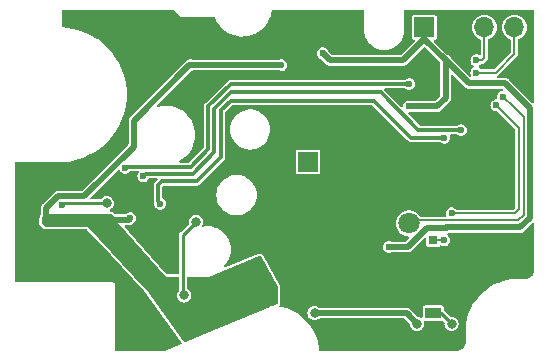
<source format=gbr>
%TF.GenerationSoftware,KiCad,Pcbnew,7.0.1*%
%TF.CreationDate,2024-02-21T00:56:40+02:00*%
%TF.ProjectId,PCBTRIGGERASSEMBLY,50434254-5249-4474-9745-52415353454d,rev?*%
%TF.SameCoordinates,Original*%
%TF.FileFunction,Copper,L2,Bot*%
%TF.FilePolarity,Positive*%
%FSLAX46Y46*%
G04 Gerber Fmt 4.6, Leading zero omitted, Abs format (unit mm)*
G04 Created by KiCad (PCBNEW 7.0.1) date 2024-02-21 00:56:40*
%MOMM*%
%LPD*%
G01*
G04 APERTURE LIST*
%TA.AperFunction,ComponentPad*%
%ADD10R,1.700000X1.700000*%
%TD*%
%TA.AperFunction,ComponentPad*%
%ADD11O,1.700000X1.700000*%
%TD*%
%TA.AperFunction,ComponentPad*%
%ADD12R,1.800000X1.800000*%
%TD*%
%TA.AperFunction,ComponentPad*%
%ADD13C,1.800000*%
%TD*%
%TA.AperFunction,SMDPad,CuDef*%
%ADD14R,0.800000X0.800000*%
%TD*%
%TA.AperFunction,SMDPad,CuDef*%
%ADD15R,1.400000X0.900000*%
%TD*%
%TA.AperFunction,ViaPad*%
%ADD16C,0.600000*%
%TD*%
%TA.AperFunction,ViaPad*%
%ADD17C,0.800000*%
%TD*%
%TA.AperFunction,Conductor*%
%ADD18C,0.200000*%
%TD*%
%TA.AperFunction,Conductor*%
%ADD19C,0.250000*%
%TD*%
%TA.AperFunction,Conductor*%
%ADD20C,0.300000*%
%TD*%
%TA.AperFunction,Conductor*%
%ADD21C,0.500000*%
%TD*%
G04 APERTURE END LIST*
D10*
%TO.P,J1,1,Pin_1*%
%TO.N,unconnected-(J1-Pin_1-Pad1)*%
X117250000Y-99000000D03*
%TD*%
%TO.P,J4,1,Pin_1*%
%TO.N,+3.3V*%
X127100000Y-87600000D03*
D11*
%TO.P,J4,2,Pin_2*%
%TO.N,GND*%
X129640000Y-87600000D03*
%TO.P,J4,3,Pin_3*%
%TO.N,/updiTx*%
X132180000Y-87600000D03*
%TO.P,J4,4,Pin_4*%
%TO.N,/updiRx*%
X134720000Y-87600000D03*
%TD*%
D12*
%TO.P,S1,1,COM*%
%TO.N,GND*%
X125800000Y-99120000D03*
D13*
%TO.P,S1,2,NO*%
%TO.N,/trigger*%
X125800000Y-104200000D03*
%TO.P,S1,3,NC*%
%TO.N,GND*%
X125800000Y-109280000D03*
%TD*%
D14*
%TO.P,Q1,1,C*%
%TO.N,/Semi_Auto*%
X127850000Y-105575000D03*
%TO.P,Q1,2,E*%
%TO.N,GND*%
X127850000Y-107225000D03*
%TD*%
D15*
%TO.P,LED1,1*%
%TO.N,GND*%
X127850000Y-109800000D03*
%TO.P,LED1,2*%
%TO.N,Net-(LED1-Pad2)*%
X127850000Y-111800000D03*
%TD*%
D16*
%TO.N,/Semi_Auto*%
X133198456Y-94201544D03*
X128776089Y-105623911D03*
X129400000Y-103353612D03*
D17*
%TO.N,GND*%
X132000000Y-106000000D03*
X101600000Y-110100000D03*
X130000000Y-99000000D03*
X93200000Y-101100000D03*
X101600000Y-111000000D03*
X133000000Y-101000000D03*
X102000000Y-91000000D03*
X114000000Y-105000000D03*
X103000000Y-93000000D03*
X108000000Y-92000000D03*
D16*
X101000000Y-98000000D03*
D17*
X114000000Y-101000000D03*
D16*
X100000000Y-99000000D03*
D17*
X114000000Y-103000000D03*
X130000000Y-101000000D03*
X112000000Y-105000000D03*
X107000000Y-94000000D03*
X114000000Y-99000000D03*
D16*
X97000000Y-100000000D03*
D17*
X133000000Y-99000000D03*
D16*
X99000000Y-99000000D03*
D17*
X132000000Y-108000000D03*
X134000000Y-106000000D03*
X134000000Y-108000000D03*
X101600000Y-111900000D03*
X104000000Y-91000000D03*
%TO.N,Net-(LED1-Pad2)*%
X129400000Y-112700000D03*
D16*
%TO.N,/V_Cycle*%
X125800000Y-92400000D03*
X101780331Y-99480331D03*
%TO.N,+12V*%
X96000000Y-103900000D03*
X112200000Y-108100000D03*
X107300000Y-90800000D03*
X112500000Y-108800000D03*
X95100000Y-103900000D03*
X97400000Y-103900000D03*
D17*
X126500000Y-112700000D03*
D16*
X113700000Y-109200000D03*
X102200000Y-103750000D03*
X112900000Y-107800000D03*
X115000000Y-90800000D03*
X96700000Y-103900000D03*
X112900000Y-109500000D03*
X113300000Y-108500000D03*
D17*
X117800000Y-111800000D03*
D16*
%TO.N,/trigger*%
X133758312Y-93495797D03*
%TO.N,/NMOS*%
X128800000Y-96949500D03*
X104730226Y-102529728D03*
%TO.N,/ACTIVE_BREAK*%
X130200000Y-96300000D03*
X103300000Y-100200000D03*
%TO.N,+3.3V*%
X125800000Y-94300000D03*
X118500000Y-89800000D03*
X128946888Y-104553112D03*
X124100000Y-106200000D03*
X128900000Y-90400000D03*
%TO.N,/updiRx*%
X131500000Y-91430000D03*
%TO.N,/updiTx*%
X131500000Y-90400000D03*
%TO.N,Net-(IC5-OUT_1)*%
X96405331Y-102655331D03*
D17*
X100200000Y-102500000D03*
%TO.N,Net-(Q3-Pad4)*%
X106775992Y-110299058D03*
X107762299Y-104062299D03*
%TD*%
D18*
%TO.N,/Semi_Auto*%
X134746388Y-103353612D02*
X129400000Y-103353612D01*
X135100000Y-103000000D02*
X134746388Y-103353612D01*
X135100000Y-96103088D02*
X135100000Y-103000000D01*
X133198456Y-94201544D02*
X135100000Y-96103088D01*
%TO.N,/trigger*%
X134600000Y-94300000D02*
X135500000Y-95200000D01*
X133795797Y-93495797D02*
X134600000Y-94300000D01*
X135046888Y-103953112D02*
X126046888Y-103953112D01*
X126046888Y-103953112D02*
X125800000Y-104200000D01*
X135500000Y-103500000D02*
X135046888Y-103953112D01*
X133758312Y-93495797D02*
X133795797Y-93495797D01*
X135500000Y-95200000D02*
X135500000Y-103500000D01*
%TO.N,/Semi_Auto*%
X127898911Y-105623911D02*
X127850000Y-105575000D01*
X128776089Y-105623911D02*
X127898911Y-105623911D01*
D19*
%TO.N,Net-(LED1-Pad2)*%
X128500000Y-111800000D02*
X127850000Y-111800000D01*
X129400000Y-112700000D02*
X128500000Y-111800000D01*
D20*
%TO.N,/V_Cycle*%
X101860662Y-99400000D02*
X107300000Y-99400000D01*
X107300000Y-99400000D02*
X108800000Y-97900000D01*
X108800000Y-94285788D02*
X110685788Y-92400000D01*
X110685788Y-92400000D02*
X125800000Y-92400000D01*
X108800000Y-97900000D02*
X108800000Y-94285788D01*
X101780331Y-99480331D02*
X101860662Y-99400000D01*
D21*
%TO.N,+12V*%
X125600000Y-111800000D02*
X126500000Y-112700000D01*
X96100000Y-101900000D02*
X98300000Y-101900000D01*
X107200000Y-90800000D02*
X107300000Y-90800000D01*
X102500000Y-95500000D02*
X107200000Y-90800000D01*
X102500000Y-97700000D02*
X102500000Y-95500000D01*
X98300000Y-101900000D02*
X102500000Y-97700000D01*
X95100000Y-102900000D02*
X96100000Y-101900000D01*
X96000000Y-103900000D02*
X96700000Y-103900000D01*
X96000000Y-103900000D02*
X95100000Y-103900000D01*
X102050000Y-103900000D02*
X102200000Y-103750000D01*
X117800000Y-111800000D02*
X125600000Y-111800000D01*
X95100000Y-103900000D02*
X95100000Y-102900000D01*
X97400000Y-103900000D02*
X102050000Y-103900000D01*
X107300000Y-90800000D02*
X115000000Y-90800000D01*
X97400000Y-103900000D02*
X96700000Y-103900000D01*
D20*
%TO.N,/NMOS*%
X125949500Y-96949500D02*
X122800000Y-93800000D01*
X110700000Y-93800000D02*
X109900000Y-94600000D01*
X122800000Y-93800000D02*
X110700000Y-93800000D01*
X109900000Y-94600000D02*
X109900000Y-98600000D01*
X107850000Y-100650000D02*
X104850000Y-100650000D01*
X109900000Y-98600000D02*
X107850000Y-100650000D01*
X128800000Y-96949500D02*
X125949500Y-96949500D01*
X104550000Y-100950000D02*
X104550000Y-102349502D01*
X104550000Y-102349502D02*
X104730226Y-102529728D01*
X104850000Y-100650000D02*
X104550000Y-100950000D01*
%TO.N,/ACTIVE_BREAK*%
X123400000Y-93100000D02*
X126600000Y-96300000D01*
X109300000Y-98200000D02*
X109300000Y-94492894D01*
X126600000Y-96300000D02*
X130200000Y-96300000D01*
X107500000Y-100000000D02*
X109300000Y-98200000D01*
X103500000Y-100000000D02*
X107500000Y-100000000D01*
X110692894Y-93100000D02*
X123400000Y-93100000D01*
X103300000Y-100200000D02*
X103500000Y-100000000D01*
X109300000Y-94492894D02*
X110692894Y-93100000D01*
D21*
%TO.N,+3.3V*%
X133927818Y-92350000D02*
X130850000Y-92350000D01*
X128950000Y-104550000D02*
X135227818Y-104550000D01*
X136050000Y-103727818D02*
X136050000Y-94472183D01*
X128900000Y-93600000D02*
X128200000Y-94300000D01*
X136050000Y-94472183D02*
X133927818Y-92350000D01*
X127356077Y-104553112D02*
X125709189Y-106200000D01*
X130850000Y-92350000D02*
X128900000Y-90400000D01*
X128900000Y-90400000D02*
X127100000Y-88600000D01*
X127100000Y-88600000D02*
X127100000Y-87600000D01*
X128946888Y-104553112D02*
X127356077Y-104553112D01*
X125709189Y-106200000D02*
X124100000Y-106200000D01*
X128946888Y-104553112D02*
X128950000Y-104550000D01*
X128900000Y-90400000D02*
X128900000Y-93600000D01*
X118500000Y-89800000D02*
X119100000Y-90400000D01*
X128200000Y-94300000D02*
X125800000Y-94300000D01*
X119100000Y-90400000D02*
X125300000Y-90400000D01*
X125300000Y-90400000D02*
X127100000Y-88600000D01*
X135227818Y-104550000D02*
X136050000Y-103727818D01*
D18*
%TO.N,/updiRx*%
X133170000Y-91430000D02*
X134720000Y-89880000D01*
X131500000Y-91430000D02*
X133170000Y-91430000D01*
X134720000Y-89880000D02*
X134720000Y-87600000D01*
%TO.N,/updiTx*%
X132000000Y-90400000D02*
X132180000Y-90220000D01*
X132180000Y-90220000D02*
X132180000Y-87600000D01*
X131500000Y-90400000D02*
X132000000Y-90400000D01*
D19*
%TO.N,Net-(IC5-OUT_1)*%
X96560662Y-102500000D02*
X100200000Y-102500000D01*
X96405331Y-102655331D02*
X96560662Y-102500000D01*
%TO.N,Net-(Q3-Pad4)*%
X106672447Y-105152151D02*
X107762299Y-104062299D01*
X106775992Y-110299058D02*
X106672447Y-110195513D01*
X106672447Y-110195513D02*
X106672447Y-105152151D01*
%TD*%
%TA.AperFunction,Conductor*%
%TO.N,GND*%
G36*
X129519504Y-91656608D02*
G01*
X130509632Y-92646736D01*
X130517029Y-92655014D01*
X130540120Y-92683970D01*
X130567723Y-92702789D01*
X130587750Y-92716443D01*
X130590753Y-92718574D01*
X130639904Y-92754849D01*
X130649024Y-92759453D01*
X130652326Y-92760471D01*
X130652327Y-92760472D01*
X130707441Y-92777472D01*
X130710881Y-92778603D01*
X130765300Y-92797646D01*
X130765303Y-92797646D01*
X130768570Y-92798789D01*
X130778637Y-92800500D01*
X130782098Y-92800500D01*
X130839715Y-92800500D01*
X130843417Y-92800569D01*
X130901010Y-92802724D01*
X130901011Y-92802723D01*
X130904467Y-92802853D01*
X130922345Y-92800500D01*
X133661208Y-92800500D01*
X133714732Y-92816216D01*
X133751262Y-92858374D01*
X133759200Y-92913589D01*
X133736027Y-92964331D01*
X133689099Y-92994490D01*
X133548257Y-93035844D01*
X133427186Y-93113651D01*
X133332934Y-93222425D01*
X133273146Y-93353341D01*
X133252664Y-93495796D01*
X133265915Y-93587955D01*
X133257977Y-93643170D01*
X133221446Y-93685328D01*
X133167923Y-93701044D01*
X133126495Y-93701044D01*
X132988401Y-93741591D01*
X132867330Y-93819398D01*
X132773078Y-93928172D01*
X132713290Y-94059088D01*
X132692808Y-94201543D01*
X132713290Y-94343999D01*
X132713291Y-94344001D01*
X132773079Y-94474917D01*
X132867328Y-94583687D01*
X132867330Y-94583689D01*
X132978726Y-94655278D01*
X132988403Y-94661497D01*
X133126495Y-94702044D01*
X133232977Y-94702044D01*
X133270863Y-94709580D01*
X133302981Y-94731040D01*
X134770504Y-96198563D01*
X134791964Y-96230681D01*
X134799500Y-96268567D01*
X134799500Y-102834521D01*
X134791964Y-102872407D01*
X134770504Y-102904525D01*
X134650913Y-103024116D01*
X134618795Y-103045576D01*
X134580909Y-103053112D01*
X129847084Y-103053112D01*
X129805958Y-103044166D01*
X129772265Y-103018943D01*
X129731128Y-102971468D01*
X129610054Y-102893659D01*
X129471961Y-102853112D01*
X129328039Y-102853112D01*
X129189945Y-102893659D01*
X129068874Y-102971466D01*
X128974622Y-103080240D01*
X128914834Y-103211156D01*
X128894352Y-103353611D01*
X128914834Y-103496067D01*
X128922332Y-103512485D01*
X128931027Y-103560674D01*
X128915563Y-103607135D01*
X128879725Y-103640502D01*
X128832279Y-103652612D01*
X126814972Y-103652612D01*
X126770844Y-103642233D01*
X126735968Y-103613273D01*
X126673935Y-103531128D01*
X126616764Y-103455421D01*
X126466041Y-103318019D01*
X126399478Y-103276805D01*
X126292639Y-103210653D01*
X126292637Y-103210652D01*
X126210376Y-103178784D01*
X126102453Y-103136974D01*
X125901978Y-103099500D01*
X125901976Y-103099500D01*
X125698024Y-103099500D01*
X125698022Y-103099500D01*
X125497546Y-103136974D01*
X125307360Y-103210653D01*
X125133961Y-103318017D01*
X125033170Y-103409900D01*
X124983236Y-103455421D01*
X124952542Y-103496067D01*
X124860325Y-103618181D01*
X124769419Y-103800747D01*
X124713603Y-103996917D01*
X124701073Y-104132145D01*
X124694785Y-104200000D01*
X124713603Y-104403083D01*
X124747930Y-104523729D01*
X124769419Y-104599252D01*
X124860325Y-104781818D01*
X124860326Y-104781819D01*
X124860327Y-104781821D01*
X124983236Y-104944579D01*
X125133959Y-105081981D01*
X125307363Y-105189348D01*
X125433486Y-105238208D01*
X125497546Y-105263025D01*
X125698022Y-105300500D01*
X125732578Y-105300500D01*
X125787579Y-105317184D01*
X125824042Y-105361614D01*
X125829676Y-105418814D01*
X125802582Y-105469503D01*
X125551583Y-105720503D01*
X125519465Y-105741964D01*
X125481579Y-105749500D01*
X124353832Y-105749500D01*
X124324630Y-105740926D01*
X124323711Y-105744057D01*
X124171961Y-105699500D01*
X124028039Y-105699500D01*
X123889945Y-105740047D01*
X123768874Y-105817854D01*
X123674622Y-105926628D01*
X123614834Y-106057544D01*
X123594352Y-106199999D01*
X123614834Y-106342455D01*
X123614835Y-106342457D01*
X123674623Y-106473373D01*
X123768872Y-106582143D01*
X123768874Y-106582145D01*
X123889945Y-106659952D01*
X123889947Y-106659953D01*
X124028039Y-106700500D01*
X124171961Y-106700500D01*
X124323711Y-106655943D01*
X124324630Y-106659073D01*
X124353832Y-106650500D01*
X125678325Y-106650500D01*
X125689408Y-106651122D01*
X125691784Y-106651389D01*
X125726224Y-106655270D01*
X125782882Y-106644548D01*
X125786456Y-106643941D01*
X125843476Y-106635348D01*
X125843479Y-106635346D01*
X125846913Y-106634829D01*
X125856593Y-106631644D01*
X125859659Y-106630023D01*
X125859661Y-106630023D01*
X125910633Y-106603082D01*
X125913917Y-106601424D01*
X125965831Y-106576425D01*
X125965832Y-106576423D01*
X125968951Y-106574922D01*
X125977277Y-106569014D01*
X125979722Y-106566568D01*
X125979727Y-106566566D01*
X126020506Y-106525785D01*
X126023117Y-106523270D01*
X126065383Y-106484055D01*
X126065384Y-106484052D01*
X126067921Y-106481699D01*
X126078892Y-106467399D01*
X127080495Y-105465797D01*
X127131186Y-105438703D01*
X127188386Y-105444337D01*
X127232816Y-105480800D01*
X127249500Y-105535801D01*
X127249500Y-105994747D01*
X127261133Y-106053231D01*
X127305447Y-106119552D01*
X127349762Y-106149162D01*
X127371769Y-106163867D01*
X127430252Y-106175500D01*
X128269747Y-106175500D01*
X128269748Y-106175500D01*
X128328231Y-106163867D01*
X128394552Y-106119552D01*
X128408722Y-106098344D01*
X128446723Y-106064819D01*
X128496336Y-106054489D01*
X128544560Y-106070063D01*
X128566034Y-106083863D01*
X128566036Y-106083864D01*
X128704128Y-106124411D01*
X128848050Y-106124411D01*
X128986142Y-106083864D01*
X129107217Y-106006054D01*
X129201466Y-105897284D01*
X129261254Y-105766368D01*
X129281736Y-105623911D01*
X129261254Y-105481454D01*
X129201466Y-105350538D01*
X129107217Y-105241768D01*
X129107216Y-105241767D01*
X129107214Y-105241765D01*
X129060912Y-105212009D01*
X129024381Y-105169851D01*
X129016443Y-105114636D01*
X129039616Y-105063894D01*
X129086543Y-105033735D01*
X129156941Y-105013065D01*
X129156941Y-105013064D01*
X129170598Y-105009055D01*
X129171060Y-105010629D01*
X129205562Y-105000500D01*
X135196954Y-105000500D01*
X135208037Y-105001122D01*
X135210413Y-105001389D01*
X135244853Y-105005270D01*
X135301511Y-104994548D01*
X135305085Y-104993941D01*
X135362105Y-104985348D01*
X135362108Y-104985346D01*
X135365542Y-104984829D01*
X135375222Y-104981644D01*
X135378288Y-104980023D01*
X135378290Y-104980023D01*
X135429262Y-104953082D01*
X135432546Y-104951424D01*
X135484460Y-104926425D01*
X135484461Y-104926423D01*
X135487580Y-104924922D01*
X135495906Y-104919014D01*
X135498351Y-104916568D01*
X135498356Y-104916566D01*
X135539134Y-104875786D01*
X135541745Y-104873271D01*
X135584012Y-104834055D01*
X135584013Y-104834052D01*
X135586550Y-104831699D01*
X135597521Y-104817399D01*
X136230496Y-104184423D01*
X136281186Y-104157330D01*
X136338386Y-104162964D01*
X136382815Y-104199427D01*
X136399500Y-104254428D01*
X136399500Y-108109084D01*
X136399015Y-108118871D01*
X136385189Y-108258041D01*
X136381339Y-108277229D01*
X136341590Y-108407092D01*
X136334041Y-108425147D01*
X136269522Y-108544655D01*
X136258570Y-108560870D01*
X136171805Y-108665348D01*
X136157877Y-108679092D01*
X136113528Y-108714937D01*
X136052254Y-108764462D01*
X136035892Y-108775199D01*
X135915538Y-108838124D01*
X135897384Y-108845433D01*
X135767003Y-108883453D01*
X135747765Y-108887047D01*
X135607549Y-108899097D01*
X135597757Y-108899452D01*
X135546297Y-108898768D01*
X135542488Y-108899500D01*
X135039882Y-108899500D01*
X135000000Y-108899500D01*
X134796553Y-108899500D01*
X134391394Y-108937044D01*
X134391391Y-108937044D01*
X134391386Y-108937045D01*
X133991434Y-109011809D01*
X133600064Y-109123163D01*
X133377066Y-109209553D01*
X133253745Y-109257328D01*
X133220642Y-109270152D01*
X132856417Y-109451515D01*
X132856412Y-109451517D01*
X132856410Y-109451519D01*
X132745213Y-109520369D01*
X132510459Y-109665722D01*
X132291025Y-109831431D01*
X132200813Y-109899557D01*
X132185751Y-109910931D01*
X131885053Y-110185053D01*
X131610931Y-110485751D01*
X131365722Y-110810459D01*
X131365721Y-110810461D01*
X131155798Y-111149500D01*
X131151515Y-111156417D01*
X130970152Y-111520642D01*
X130823163Y-111900064D01*
X130711809Y-112291434D01*
X130643890Y-112654769D01*
X130637044Y-112691394D01*
X130614308Y-112936757D01*
X130599500Y-113096557D01*
X130599500Y-114195139D01*
X130599023Y-114204843D01*
X130585093Y-114346271D01*
X130581307Y-114365305D01*
X130541472Y-114496624D01*
X130534045Y-114514554D01*
X130469357Y-114635577D01*
X130458575Y-114651714D01*
X130371517Y-114757794D01*
X130357794Y-114771517D01*
X130251714Y-114858575D01*
X130235577Y-114869357D01*
X130114554Y-114934045D01*
X130096624Y-114941472D01*
X129965305Y-114981307D01*
X129946271Y-114985093D01*
X129804843Y-114999023D01*
X129795139Y-114999500D01*
X118289310Y-114999500D01*
X118242474Y-114987720D01*
X118206783Y-114955184D01*
X118190732Y-114909635D01*
X118186574Y-114864760D01*
X118166369Y-114646715D01*
X118098398Y-114283105D01*
X117997168Y-113927318D01*
X117863542Y-113582388D01*
X117698659Y-113251260D01*
X117503928Y-112936757D01*
X117281008Y-112641564D01*
X117031802Y-112368198D01*
X116758436Y-112118992D01*
X116463243Y-111896072D01*
X116308081Y-111800000D01*
X117194318Y-111800000D01*
X117214955Y-111956761D01*
X117275464Y-112102841D01*
X117371717Y-112228282D01*
X117467971Y-112302139D01*
X117497159Y-112324536D01*
X117643238Y-112385044D01*
X117800000Y-112405682D01*
X117956762Y-112385044D01*
X118102841Y-112324536D01*
X118172666Y-112270957D01*
X118201109Y-112255754D01*
X118232932Y-112250500D01*
X125372388Y-112250500D01*
X125410274Y-112258036D01*
X125442392Y-112279496D01*
X125875318Y-112712422D01*
X125894104Y-112738639D01*
X125903467Y-112769503D01*
X125914955Y-112856761D01*
X125975464Y-113002841D01*
X126071717Y-113128282D01*
X126165476Y-113200225D01*
X126197159Y-113224536D01*
X126343238Y-113285044D01*
X126500000Y-113305682D01*
X126656762Y-113285044D01*
X126802841Y-113224536D01*
X126928282Y-113128282D01*
X127024536Y-113002841D01*
X127085044Y-112856762D01*
X127105682Y-112700000D01*
X127088772Y-112571554D01*
X127087570Y-112562422D01*
X127095999Y-112507661D01*
X127132530Y-112466004D01*
X127185723Y-112450500D01*
X128569746Y-112450500D01*
X128569748Y-112450500D01*
X128618295Y-112440843D01*
X128666345Y-112443204D01*
X128707611Y-112467937D01*
X128776706Y-112537032D01*
X128800448Y-112575213D01*
X128804855Y-112619957D01*
X128794318Y-112699999D01*
X128814955Y-112856761D01*
X128875464Y-113002841D01*
X128971717Y-113128282D01*
X129065476Y-113200225D01*
X129097159Y-113224536D01*
X129243238Y-113285044D01*
X129400000Y-113305682D01*
X129556762Y-113285044D01*
X129702841Y-113224536D01*
X129828282Y-113128282D01*
X129924536Y-113002841D01*
X129985044Y-112856762D01*
X130005682Y-112700000D01*
X129985044Y-112543238D01*
X129924536Y-112397159D01*
X129868810Y-112324535D01*
X129828282Y-112271717D01*
X129702841Y-112175464D01*
X129556761Y-112114955D01*
X129420636Y-112097034D01*
X129400000Y-112094318D01*
X129399999Y-112094318D01*
X129319957Y-112104855D01*
X129275213Y-112100448D01*
X129237032Y-112076706D01*
X128779496Y-111619170D01*
X128758036Y-111587052D01*
X128750500Y-111549166D01*
X128750500Y-111330253D01*
X128744801Y-111301602D01*
X128738867Y-111271769D01*
X128709358Y-111227606D01*
X128694552Y-111205447D01*
X128628231Y-111161133D01*
X128604522Y-111156417D01*
X128569748Y-111149500D01*
X127130252Y-111149500D01*
X127101010Y-111155316D01*
X127071768Y-111161133D01*
X127005447Y-111205447D01*
X126961133Y-111271768D01*
X126949500Y-111330253D01*
X126949500Y-112088049D01*
X126937810Y-112134717D01*
X126905501Y-112170365D01*
X126860203Y-112186572D01*
X126812614Y-112179513D01*
X126802843Y-112175465D01*
X126802841Y-112175464D01*
X126718861Y-112140678D01*
X126656761Y-112114955D01*
X126569502Y-112103467D01*
X126538638Y-112094104D01*
X126512421Y-112075318D01*
X125940366Y-111503263D01*
X125932968Y-111494983D01*
X125909878Y-111466028D01*
X125862259Y-111433562D01*
X125859241Y-111431421D01*
X125836695Y-111414781D01*
X125812882Y-111397207D01*
X125812880Y-111397206D01*
X125810094Y-111395150D01*
X125800976Y-111390547D01*
X125742596Y-111372539D01*
X125739081Y-111371382D01*
X125681439Y-111351213D01*
X125671353Y-111349500D01*
X125667902Y-111349500D01*
X125610284Y-111349500D01*
X125606582Y-111349431D01*
X125545532Y-111347146D01*
X125527655Y-111349500D01*
X118232932Y-111349500D01*
X118201109Y-111344246D01*
X118172666Y-111329042D01*
X118102841Y-111275464D01*
X117956761Y-111214955D01*
X117800000Y-111194318D01*
X117643238Y-111214955D01*
X117497158Y-111275464D01*
X117371717Y-111371717D01*
X117275464Y-111497158D01*
X117214955Y-111643238D01*
X117194318Y-111800000D01*
X116308081Y-111800000D01*
X116148740Y-111701341D01*
X115817612Y-111536458D01*
X115472682Y-111402832D01*
X115364291Y-111371992D01*
X115116888Y-111301600D01*
X114905102Y-111262010D01*
X114861182Y-111241788D01*
X114832078Y-111203176D01*
X114824733Y-111155385D01*
X114840898Y-111109816D01*
X114861645Y-111078666D01*
X114892179Y-111004743D01*
X114901571Y-110957404D01*
X114905500Y-110917413D01*
X114905500Y-109632133D01*
X114905500Y-109632129D01*
X114901468Y-109600500D01*
X114898930Y-109580587D01*
X114883326Y-109520367D01*
X114864035Y-109472113D01*
X113433538Y-106897218D01*
X113404196Y-106856872D01*
X113404195Y-106856871D01*
X113404193Y-106856868D01*
X113363445Y-106813168D01*
X113325245Y-106781080D01*
X113325244Y-106781079D01*
X113280439Y-106759143D01*
X113223975Y-106739574D01*
X113175207Y-106729080D01*
X113175204Y-106729080D01*
X113125346Y-106730645D01*
X113066293Y-106739756D01*
X113018278Y-106753290D01*
X110277305Y-107900674D01*
X110223883Y-107907179D01*
X110174951Y-107884776D01*
X110144968Y-107840085D01*
X110142795Y-107786312D01*
X110169072Y-107739350D01*
X110227855Y-107680568D01*
X110395056Y-107457213D01*
X110528769Y-107212337D01*
X110626271Y-106950923D01*
X110685578Y-106678294D01*
X110705482Y-106400000D01*
X110685578Y-106121706D01*
X110685109Y-106119552D01*
X110643141Y-105926627D01*
X110626271Y-105849077D01*
X110528769Y-105587663D01*
X110528769Y-105587662D01*
X110395056Y-105342787D01*
X110375890Y-105317184D01*
X110227855Y-105119432D01*
X110030568Y-104922145D01*
X109807213Y-104754944D01*
X109807214Y-104754944D01*
X109807212Y-104754943D01*
X109562337Y-104621230D01*
X109387114Y-104555876D01*
X109300923Y-104523729D01*
X109300919Y-104523728D01*
X109028299Y-104464422D01*
X108750000Y-104444518D01*
X108471705Y-104464421D01*
X108408264Y-104478222D01*
X108355119Y-104475135D01*
X108311256Y-104444969D01*
X108289358Y-104396446D01*
X108295756Y-104343601D01*
X108347343Y-104219061D01*
X108367981Y-104062299D01*
X108347343Y-103905537D01*
X108286835Y-103759458D01*
X108210006Y-103659332D01*
X108190581Y-103634016D01*
X108065140Y-103537763D01*
X107919060Y-103477254D01*
X107762299Y-103456617D01*
X107605537Y-103477254D01*
X107459457Y-103537763D01*
X107334016Y-103634016D01*
X107237763Y-103759457D01*
X107177254Y-103905537D01*
X107156617Y-104062299D01*
X107167154Y-104142340D01*
X107162747Y-104187084D01*
X107139005Y-104225265D01*
X106455387Y-104908883D01*
X106449021Y-104914716D01*
X106419251Y-104939696D01*
X106399818Y-104973355D01*
X106395181Y-104980635D01*
X106372891Y-105012469D01*
X106372500Y-105013931D01*
X106362615Y-105037796D01*
X106361857Y-105039107D01*
X106355109Y-105077374D01*
X106353241Y-105085800D01*
X106343182Y-105123342D01*
X106346570Y-105162055D01*
X106346947Y-105170685D01*
X106346947Y-108397937D01*
X106331443Y-108451129D01*
X106289787Y-108487661D01*
X106235026Y-108496090D01*
X106222948Y-108494500D01*
X106222947Y-108494500D01*
X105336742Y-108494500D01*
X105296186Y-108485812D01*
X105262748Y-108461272D01*
X102107783Y-104911937D01*
X101755191Y-104515271D01*
X101731332Y-104464518D01*
X101738874Y-104408944D01*
X101775400Y-104366386D01*
X101829186Y-104350500D01*
X102019136Y-104350500D01*
X102030219Y-104351122D01*
X102032595Y-104351389D01*
X102067035Y-104355270D01*
X102123693Y-104344548D01*
X102127267Y-104343941D01*
X102184287Y-104335348D01*
X102184290Y-104335346D01*
X102187724Y-104334829D01*
X102197404Y-104331644D01*
X102200470Y-104330023D01*
X102200472Y-104330023D01*
X102251444Y-104303082D01*
X102254728Y-104301424D01*
X102306642Y-104276425D01*
X102306643Y-104276423D01*
X102309762Y-104274922D01*
X102318085Y-104269016D01*
X102320531Y-104266569D01*
X102320538Y-104266566D01*
X102345608Y-104241494D01*
X102387721Y-104216510D01*
X102393310Y-104214868D01*
X102410053Y-104209953D01*
X102531128Y-104132143D01*
X102625377Y-104023373D01*
X102685165Y-103892457D01*
X102705647Y-103750000D01*
X102685165Y-103607543D01*
X102625377Y-103476627D01*
X102531128Y-103367857D01*
X102531127Y-103367856D01*
X102531125Y-103367854D01*
X102410054Y-103290047D01*
X102271961Y-103249500D01*
X102128039Y-103249500D01*
X101989945Y-103290047D01*
X101868871Y-103367856D01*
X101827735Y-103415331D01*
X101794042Y-103440554D01*
X101752916Y-103449500D01*
X100943500Y-103449500D01*
X100899226Y-103439048D01*
X100864300Y-103409900D01*
X100801599Y-103326299D01*
X100793736Y-103318017D01*
X100768871Y-103291825D01*
X100725126Y-103255317D01*
X100704247Y-103241651D01*
X100685355Y-103229285D01*
X100640670Y-103213088D01*
X100625934Y-103209609D01*
X100585215Y-103199997D01*
X100585209Y-103199996D01*
X100585208Y-103199996D01*
X100557679Y-103196790D01*
X100504695Y-103173615D01*
X100473699Y-103124792D01*
X100475267Y-103066982D01*
X100508862Y-103019915D01*
X100628282Y-102928282D01*
X100630494Y-102925400D01*
X100662740Y-102883375D01*
X100724536Y-102802841D01*
X100785044Y-102656762D01*
X100805682Y-102500000D01*
X100785044Y-102343238D01*
X100724536Y-102197159D01*
X100686494Y-102147582D01*
X100628282Y-102071717D01*
X100502841Y-101975464D01*
X100356761Y-101914955D01*
X100200000Y-101894318D01*
X100043238Y-101914955D01*
X99897158Y-101975464D01*
X99771717Y-102071717D01*
X99722571Y-102135767D01*
X99687816Y-102164290D01*
X99644029Y-102174500D01*
X98901612Y-102174500D01*
X98846611Y-102157816D01*
X98810148Y-102113386D01*
X98804514Y-102056186D01*
X98831608Y-102005496D01*
X99221159Y-101615945D01*
X101168996Y-99668105D01*
X101209415Y-99643634D01*
X101256576Y-99640684D01*
X101299732Y-99659929D01*
X101329051Y-99696985D01*
X101354952Y-99753701D01*
X101354953Y-99753702D01*
X101354954Y-99753704D01*
X101449203Y-99862474D01*
X101449205Y-99862476D01*
X101549027Y-99926627D01*
X101570278Y-99940284D01*
X101708370Y-99980831D01*
X101852292Y-99980831D01*
X101990384Y-99940284D01*
X102111459Y-99862474D01*
X102178878Y-99784667D01*
X102212570Y-99759447D01*
X102253696Y-99750500D01*
X102810458Y-99750500D01*
X102863981Y-99766216D01*
X102900511Y-99808373D01*
X102908450Y-99863588D01*
X102885278Y-99914330D01*
X102874623Y-99926626D01*
X102814834Y-100057544D01*
X102794352Y-100199999D01*
X102814834Y-100342455D01*
X102871606Y-100466768D01*
X102874623Y-100473373D01*
X102915235Y-100520242D01*
X102968874Y-100582145D01*
X103089945Y-100659952D01*
X103089947Y-100659953D01*
X103228039Y-100700500D01*
X103371961Y-100700500D01*
X103510053Y-100659953D01*
X103631128Y-100582143D01*
X103725377Y-100473373D01*
X103755061Y-100408373D01*
X103791592Y-100366216D01*
X103845115Y-100350500D01*
X104414809Y-100350500D01*
X104469811Y-100367185D01*
X104506273Y-100411614D01*
X104511907Y-100468814D01*
X104484812Y-100519504D01*
X104335116Y-100669199D01*
X104319265Y-100682072D01*
X104309330Y-100688563D01*
X104290546Y-100712696D01*
X104282437Y-100721880D01*
X104281627Y-100722690D01*
X104270134Y-100738786D01*
X104267690Y-100742062D01*
X104234139Y-100785169D01*
X104232313Y-100788716D01*
X104216717Y-100841097D01*
X104215470Y-100844990D01*
X104197728Y-100896672D01*
X104197157Y-100900591D01*
X104199415Y-100955175D01*
X104199500Y-100959267D01*
X104199500Y-102302883D01*
X104197393Y-102323199D01*
X104194957Y-102334816D01*
X104198740Y-102365165D01*
X104199500Y-102377410D01*
X104199500Y-102378544D01*
X104202751Y-102398030D01*
X104203340Y-102402074D01*
X104210101Y-102456306D01*
X104211313Y-102460089D01*
X104214121Y-102465278D01*
X104224511Y-102494998D01*
X104225045Y-102526478D01*
X104224578Y-102529725D01*
X104245060Y-102672183D01*
X104258826Y-102702327D01*
X104304849Y-102803101D01*
X104392733Y-102904525D01*
X104399100Y-102911873D01*
X104520171Y-102989680D01*
X104520173Y-102989681D01*
X104658265Y-103030228D01*
X104802187Y-103030228D01*
X104940279Y-102989681D01*
X105061354Y-102911871D01*
X105155603Y-102803101D01*
X105215391Y-102672185D01*
X105235873Y-102529728D01*
X105215391Y-102387271D01*
X105155603Y-102256355D01*
X105061354Y-102147585D01*
X105061353Y-102147584D01*
X105061351Y-102147582D01*
X104945977Y-102073436D01*
X104912610Y-102037598D01*
X104900500Y-101990152D01*
X104900500Y-101800000D01*
X109494731Y-101800000D01*
X109513777Y-102054153D01*
X109570493Y-102302641D01*
X109663604Y-102539883D01*
X109791044Y-102760617D01*
X109949944Y-102959871D01*
X109949948Y-102959875D01*
X109949950Y-102959877D01*
X110136783Y-103133232D01*
X110169930Y-103155831D01*
X110347364Y-103276804D01*
X110347365Y-103276804D01*
X110347366Y-103276805D01*
X110576996Y-103387389D01*
X110820542Y-103462513D01*
X111009559Y-103491003D01*
X111072564Y-103500500D01*
X111072565Y-103500500D01*
X111327435Y-103500500D01*
X111327436Y-103500500D01*
X111377839Y-103492902D01*
X111579458Y-103462513D01*
X111823004Y-103387389D01*
X112052634Y-103276805D01*
X112263217Y-103133232D01*
X112450050Y-102959877D01*
X112454365Y-102954467D01*
X112608955Y-102760617D01*
X112608954Y-102760617D01*
X112608959Y-102760612D01*
X112736393Y-102539888D01*
X112829508Y-102302637D01*
X112886222Y-102054157D01*
X112905268Y-101800000D01*
X112886222Y-101545843D01*
X112829508Y-101297363D01*
X112766252Y-101136190D01*
X112736395Y-101060116D01*
X112704599Y-101005043D01*
X112608959Y-100839388D01*
X112608957Y-100839385D01*
X112608955Y-100839382D01*
X112450055Y-100640128D01*
X112387564Y-100582145D01*
X112263217Y-100466768D01*
X112182321Y-100411614D01*
X112052635Y-100323195D01*
X111823006Y-100212612D01*
X111823004Y-100212611D01*
X111579458Y-100137487D01*
X111579456Y-100137486D01*
X111579454Y-100137486D01*
X111327436Y-100099500D01*
X111327435Y-100099500D01*
X111072565Y-100099500D01*
X111072564Y-100099500D01*
X110820545Y-100137486D01*
X110576993Y-100212612D01*
X110347364Y-100323195D01*
X110136788Y-100466764D01*
X110136785Y-100466766D01*
X110136783Y-100466768D01*
X110079947Y-100519504D01*
X109949944Y-100640128D01*
X109791044Y-100839382D01*
X109663604Y-101060116D01*
X109570493Y-101297358D01*
X109513777Y-101545846D01*
X109494731Y-101800000D01*
X104900500Y-101800000D01*
X104900500Y-101136190D01*
X104908036Y-101098304D01*
X104929496Y-101066186D01*
X104966186Y-101029496D01*
X104998304Y-101008036D01*
X105036190Y-101000500D01*
X107803381Y-101000500D01*
X107823697Y-101002607D01*
X107835315Y-101005043D01*
X107863393Y-101001542D01*
X107865663Y-101001260D01*
X107877908Y-101000500D01*
X107879042Y-101000500D01*
X107898521Y-100997249D01*
X107902545Y-100996661D01*
X107951393Y-100990573D01*
X107951393Y-100990572D01*
X107956822Y-100989896D01*
X107960572Y-100988694D01*
X107965379Y-100986092D01*
X107965381Y-100986092D01*
X108008655Y-100962671D01*
X108012259Y-100960816D01*
X108056484Y-100939198D01*
X108056485Y-100939196D01*
X108061398Y-100936795D01*
X108064550Y-100934444D01*
X108068254Y-100930420D01*
X108068258Y-100930418D01*
X108101602Y-100894195D01*
X108104364Y-100891316D01*
X109125932Y-99869747D01*
X116199500Y-99869747D01*
X116211133Y-99928231D01*
X116255447Y-99994552D01*
X116299762Y-100024162D01*
X116321769Y-100038867D01*
X116380252Y-100050500D01*
X118119747Y-100050500D01*
X118119748Y-100050500D01*
X118178231Y-100038867D01*
X118244552Y-99994552D01*
X118288867Y-99928231D01*
X118300500Y-99869748D01*
X118300500Y-98130252D01*
X118288867Y-98071769D01*
X118247513Y-98009879D01*
X118244552Y-98005447D01*
X118178231Y-97961133D01*
X118168654Y-97959228D01*
X118119748Y-97949500D01*
X116380252Y-97949500D01*
X116375225Y-97950500D01*
X116321768Y-97961133D01*
X116255447Y-98005447D01*
X116211133Y-98071768D01*
X116199500Y-98130253D01*
X116199500Y-99869747D01*
X109125932Y-99869747D01*
X110114881Y-98880798D01*
X110130729Y-98867930D01*
X110140669Y-98861437D01*
X110159462Y-98837290D01*
X110167576Y-98828104D01*
X110168375Y-98827306D01*
X110179856Y-98811224D01*
X110182301Y-98807946D01*
X110206069Y-98777410D01*
X110212517Y-98769126D01*
X110212517Y-98769124D01*
X110215875Y-98764811D01*
X110217678Y-98761309D01*
X110219238Y-98756068D01*
X110219240Y-98756066D01*
X110233282Y-98708896D01*
X110234520Y-98705034D01*
X110252272Y-98653325D01*
X110252842Y-98649407D01*
X110250585Y-98594814D01*
X110250500Y-98590723D01*
X110250500Y-96250000D01*
X110644731Y-96250000D01*
X110663777Y-96504153D01*
X110663778Y-96504157D01*
X110714711Y-96727311D01*
X110720493Y-96752641D01*
X110813604Y-96989883D01*
X110941044Y-97210617D01*
X111099944Y-97409871D01*
X111099948Y-97409875D01*
X111099950Y-97409877D01*
X111286783Y-97583232D01*
X111383232Y-97648990D01*
X111497364Y-97726804D01*
X111497365Y-97726804D01*
X111497366Y-97726805D01*
X111726996Y-97837389D01*
X111970542Y-97912513D01*
X112159559Y-97941003D01*
X112222564Y-97950500D01*
X112222565Y-97950500D01*
X112477435Y-97950500D01*
X112477436Y-97950500D01*
X112527839Y-97942902D01*
X112729458Y-97912513D01*
X112973004Y-97837389D01*
X113202634Y-97726805D01*
X113413217Y-97583232D01*
X113600050Y-97409877D01*
X113679212Y-97310612D01*
X113758955Y-97210617D01*
X113758954Y-97210617D01*
X113758959Y-97210612D01*
X113886393Y-96989888D01*
X113979508Y-96752637D01*
X114036222Y-96504157D01*
X114055268Y-96250000D01*
X114036222Y-95995843D01*
X113979508Y-95747363D01*
X113955368Y-95685855D01*
X113886395Y-95510116D01*
X113886393Y-95510112D01*
X113758959Y-95289388D01*
X113758957Y-95289385D01*
X113758955Y-95289382D01*
X113600055Y-95090128D01*
X113600050Y-95090123D01*
X113413217Y-94916768D01*
X113388479Y-94899902D01*
X113202635Y-94773195D01*
X112973006Y-94662612D01*
X112973004Y-94662611D01*
X112729458Y-94587487D01*
X112729456Y-94587486D01*
X112729454Y-94587486D01*
X112477436Y-94549500D01*
X112477435Y-94549500D01*
X112222565Y-94549500D01*
X112222564Y-94549500D01*
X111970545Y-94587486D01*
X111970541Y-94587487D01*
X111970542Y-94587487D01*
X111730608Y-94661497D01*
X111726993Y-94662612D01*
X111497364Y-94773195D01*
X111286788Y-94916764D01*
X111286785Y-94916766D01*
X111286783Y-94916768D01*
X111229947Y-94969504D01*
X111099944Y-95090128D01*
X110941044Y-95289382D01*
X110813604Y-95510116D01*
X110720493Y-95747358D01*
X110663777Y-95995846D01*
X110644731Y-96250000D01*
X110250500Y-96250000D01*
X110250500Y-94786190D01*
X110258036Y-94748304D01*
X110279496Y-94716186D01*
X110816185Y-94179496D01*
X110848303Y-94158036D01*
X110886189Y-94150500D01*
X122613810Y-94150500D01*
X122651696Y-94158036D01*
X122683814Y-94179496D01*
X125668698Y-97164380D01*
X125681570Y-97180232D01*
X125688063Y-97190169D01*
X125707300Y-97205141D01*
X125712189Y-97208947D01*
X125721380Y-97217063D01*
X125722191Y-97217874D01*
X125738267Y-97229352D01*
X125741548Y-97231798D01*
X125784686Y-97265373D01*
X125788198Y-97267181D01*
X125793433Y-97268739D01*
X125793434Y-97268740D01*
X125840585Y-97282777D01*
X125844467Y-97284020D01*
X125891012Y-97300000D01*
X125891014Y-97300000D01*
X125896173Y-97301771D01*
X125900093Y-97302342D01*
X125905545Y-97302116D01*
X125905547Y-97302117D01*
X125954686Y-97300084D01*
X125958777Y-97300000D01*
X128396241Y-97300000D01*
X128437367Y-97308947D01*
X128460500Y-97326263D01*
X128468875Y-97331645D01*
X128589947Y-97409453D01*
X128728039Y-97450000D01*
X128871961Y-97450000D01*
X129010053Y-97409453D01*
X129131128Y-97331643D01*
X129225377Y-97222873D01*
X129285165Y-97091957D01*
X129305647Y-96949500D01*
X129285165Y-96807043D01*
X129277668Y-96790627D01*
X129268973Y-96742438D01*
X129284437Y-96695977D01*
X129320275Y-96662610D01*
X129367721Y-96650500D01*
X129796241Y-96650500D01*
X129837367Y-96659447D01*
X129860500Y-96676763D01*
X129962693Y-96742438D01*
X129989947Y-96759953D01*
X130128039Y-96800500D01*
X130271961Y-96800500D01*
X130410053Y-96759953D01*
X130531128Y-96682143D01*
X130625377Y-96573373D01*
X130685165Y-96442457D01*
X130705647Y-96300000D01*
X130685165Y-96157543D01*
X130625377Y-96026627D01*
X130531128Y-95917857D01*
X130531127Y-95917856D01*
X130531125Y-95917854D01*
X130410054Y-95840047D01*
X130271961Y-95799500D01*
X130128039Y-95799500D01*
X129989945Y-95840047D01*
X129860500Y-95923236D01*
X129837367Y-95940553D01*
X129796241Y-95949500D01*
X126786190Y-95949500D01*
X126748304Y-95941964D01*
X126716186Y-95920504D01*
X125765186Y-94969504D01*
X125738092Y-94918814D01*
X125743726Y-94861614D01*
X125780189Y-94817185D01*
X125835190Y-94800500D01*
X125871961Y-94800500D01*
X126023711Y-94755943D01*
X126024630Y-94759073D01*
X126053832Y-94750500D01*
X128169136Y-94750500D01*
X128180219Y-94751122D01*
X128182595Y-94751389D01*
X128217035Y-94755270D01*
X128273693Y-94744548D01*
X128277267Y-94743941D01*
X128334287Y-94735348D01*
X128334290Y-94735346D01*
X128337724Y-94734829D01*
X128347404Y-94731644D01*
X128350470Y-94730023D01*
X128350472Y-94730023D01*
X128401444Y-94703082D01*
X128404728Y-94701424D01*
X128456642Y-94676425D01*
X128456643Y-94676423D01*
X128459762Y-94674922D01*
X128468088Y-94669014D01*
X128470533Y-94666568D01*
X128470538Y-94666566D01*
X128511317Y-94625785D01*
X128513928Y-94623270D01*
X128556194Y-94584055D01*
X128556195Y-94584052D01*
X128558732Y-94581699D01*
X128569703Y-94567399D01*
X129196748Y-93940354D01*
X129205007Y-93932975D01*
X129233970Y-93909879D01*
X129266452Y-93862235D01*
X129268531Y-93859303D01*
X129302792Y-93812883D01*
X129302794Y-93812877D01*
X129304854Y-93810086D01*
X129309452Y-93800979D01*
X129327462Y-93742590D01*
X129328620Y-93739070D01*
X129338200Y-93711693D01*
X129347646Y-93684700D01*
X129347646Y-93684697D01*
X129348790Y-93681428D01*
X129350500Y-93671368D01*
X129350500Y-93610285D01*
X129350569Y-93606583D01*
X129352853Y-93545532D01*
X129350500Y-93527655D01*
X129350500Y-91726612D01*
X129367185Y-91671611D01*
X129411614Y-91635148D01*
X129468814Y-91629514D01*
X129519504Y-91656608D01*
G37*
%TD.AperFunction*%
%TA.AperFunction,Conductor*%
G36*
X105901713Y-86109847D02*
G01*
X105935776Y-86136122D01*
X106315929Y-86592307D01*
X106329069Y-86612727D01*
X106336532Y-86628223D01*
X106408937Y-86685966D01*
X106414779Y-86687167D01*
X106414781Y-86687169D01*
X106429406Y-86690177D01*
X106431350Y-86690598D01*
X106474731Y-86700500D01*
X106474733Y-86700500D01*
X106478926Y-86701457D01*
X106489464Y-86702530D01*
X106492089Y-86703069D01*
X106504430Y-86705608D01*
X106512911Y-86703478D01*
X106537014Y-86700500D01*
X109277989Y-86700500D01*
X109333263Y-86717368D01*
X109369703Y-86762223D01*
X109454976Y-86972022D01*
X109579074Y-87196047D01*
X109599178Y-87232339D01*
X109773458Y-87473555D01*
X109923858Y-87636469D01*
X109975319Y-87692212D01*
X110201867Y-87885176D01*
X110240073Y-87910520D01*
X110449853Y-88049679D01*
X110715723Y-88183363D01*
X110995665Y-88284314D01*
X111285666Y-88351081D01*
X111581568Y-88382710D01*
X111879130Y-88378746D01*
X112174084Y-88339246D01*
X112462204Y-88264776D01*
X112739357Y-88156404D01*
X113001572Y-88015684D01*
X113245088Y-87844633D01*
X113466414Y-87645703D01*
X113662378Y-87421746D01*
X113830170Y-87175973D01*
X113967385Y-86911907D01*
X114072055Y-86633335D01*
X114142681Y-86344249D01*
X114148481Y-86296071D01*
X114161531Y-86187668D01*
X114178307Y-86143317D01*
X114213783Y-86111856D01*
X114259821Y-86100500D01*
X121900500Y-86100500D01*
X121950000Y-86113763D01*
X121986237Y-86150000D01*
X121999500Y-86199500D01*
X121999500Y-87927436D01*
X122022002Y-88076728D01*
X122037487Y-88179458D01*
X122098959Y-88378746D01*
X122112612Y-88423006D01*
X122223195Y-88652635D01*
X122293718Y-88756073D01*
X122366768Y-88863217D01*
X122484449Y-88990047D01*
X122540128Y-89050055D01*
X122739382Y-89208955D01*
X122739385Y-89208957D01*
X122739388Y-89208959D01*
X122960112Y-89336393D01*
X122960113Y-89336393D01*
X122960116Y-89336395D01*
X123167669Y-89417854D01*
X123197363Y-89429508D01*
X123445843Y-89486222D01*
X123700000Y-89505268D01*
X123954157Y-89486222D01*
X124202637Y-89429508D01*
X124439888Y-89336393D01*
X124660612Y-89208959D01*
X124859877Y-89050050D01*
X125033232Y-88863217D01*
X125176805Y-88652634D01*
X125287389Y-88423004D01*
X125362513Y-88179458D01*
X125400500Y-87927435D01*
X125400500Y-87800000D01*
X125400500Y-87760118D01*
X125400500Y-86199500D01*
X125413763Y-86150000D01*
X125450000Y-86113763D01*
X125499500Y-86100500D01*
X136300500Y-86100500D01*
X136350000Y-86113763D01*
X136386237Y-86150000D01*
X136399500Y-86199500D01*
X136399500Y-93945572D01*
X136382815Y-94000573D01*
X136338386Y-94037036D01*
X136281186Y-94042670D01*
X136230496Y-94015576D01*
X134268185Y-92053265D01*
X134260786Y-92044984D01*
X134260764Y-92044957D01*
X134237697Y-92016030D01*
X134237696Y-92016029D01*
X134190077Y-91983562D01*
X134187059Y-91981421D01*
X134164513Y-91964781D01*
X134140700Y-91947207D01*
X134140698Y-91947206D01*
X134137912Y-91945150D01*
X134128794Y-91940547D01*
X134109754Y-91934674D01*
X134101822Y-91932227D01*
X134070414Y-91922539D01*
X134066899Y-91921382D01*
X134009257Y-91901213D01*
X133999171Y-91899500D01*
X133995720Y-91899500D01*
X133938102Y-91899500D01*
X133934400Y-91899431D01*
X133873350Y-91897146D01*
X133855473Y-91899500D01*
X133330502Y-91899500D01*
X133281532Y-91886540D01*
X133245383Y-91851054D01*
X133231519Y-91802332D01*
X133243570Y-91753130D01*
X133278382Y-91716331D01*
X133280433Y-91715061D01*
X133304618Y-91700086D01*
X133316722Y-91693704D01*
X133342765Y-91682206D01*
X133349710Y-91675259D01*
X133367597Y-91661091D01*
X133375952Y-91655919D01*
X133393095Y-91633216D01*
X133402082Y-91622887D01*
X134886405Y-90138564D01*
X134899496Y-90129147D01*
X134904225Y-90123959D01*
X134904228Y-90123958D01*
X134935877Y-90089239D01*
X134938994Y-90085975D01*
X134952174Y-90072797D01*
X134952238Y-90072702D01*
X134960745Y-90061961D01*
X134979916Y-90040933D01*
X134983466Y-90031766D01*
X134994104Y-90011585D01*
X134999656Y-90003481D01*
X135006169Y-89975785D01*
X135010221Y-89962702D01*
X135020500Y-89936173D01*
X135020500Y-89926348D01*
X135023130Y-89903679D01*
X135024113Y-89899500D01*
X135025379Y-89894119D01*
X135021448Y-89865946D01*
X135020500Y-89852269D01*
X135020500Y-88680038D01*
X135029325Y-88639180D01*
X135054225Y-88605606D01*
X135090762Y-88585301D01*
X135104970Y-88580990D01*
X135123954Y-88575232D01*
X135306450Y-88477685D01*
X135466410Y-88346410D01*
X135597685Y-88186450D01*
X135695232Y-88003954D01*
X135755300Y-87805934D01*
X135775583Y-87600000D01*
X135755300Y-87394066D01*
X135695232Y-87196046D01*
X135597685Y-87013550D01*
X135466410Y-86853590D01*
X135306450Y-86722315D01*
X135123954Y-86624768D01*
X135123953Y-86624767D01*
X135123952Y-86624767D01*
X134925933Y-86564699D01*
X134720000Y-86544416D01*
X134514066Y-86564699D01*
X134316047Y-86624767D01*
X134133549Y-86722315D01*
X133973590Y-86853590D01*
X133842315Y-87013549D01*
X133744767Y-87196047D01*
X133684699Y-87394066D01*
X133664416Y-87599999D01*
X133684699Y-87805933D01*
X133734461Y-87969976D01*
X133744768Y-88003954D01*
X133842315Y-88186450D01*
X133973590Y-88346410D01*
X134133550Y-88477685D01*
X134316046Y-88575232D01*
X134329338Y-88579264D01*
X134349238Y-88585301D01*
X134385775Y-88605606D01*
X134410675Y-88639180D01*
X134419500Y-88680038D01*
X134419500Y-89714521D01*
X134411964Y-89752407D01*
X134390504Y-89784525D01*
X133074525Y-91100504D01*
X133042407Y-91121964D01*
X133004521Y-91129500D01*
X131947084Y-91129500D01*
X131905958Y-91120554D01*
X131872265Y-91095331D01*
X131831128Y-91047856D01*
X131753991Y-90998284D01*
X131720624Y-90962446D01*
X131708514Y-90915000D01*
X131720624Y-90867554D01*
X131753991Y-90831716D01*
X131831127Y-90782144D01*
X131831128Y-90782143D01*
X131869672Y-90737659D01*
X131901294Y-90713413D01*
X131939918Y-90703598D01*
X132004642Y-90700606D01*
X132009214Y-90700500D01*
X132027844Y-90700500D01*
X132027951Y-90700480D01*
X132041571Y-90698898D01*
X132069992Y-90697585D01*
X132078982Y-90693615D01*
X132100772Y-90686866D01*
X132110433Y-90685061D01*
X132134623Y-90670082D01*
X132146722Y-90663704D01*
X132172765Y-90652206D01*
X132179710Y-90645259D01*
X132197597Y-90631091D01*
X132205952Y-90625919D01*
X132223095Y-90603216D01*
X132232082Y-90592887D01*
X132346405Y-90478564D01*
X132359496Y-90469147D01*
X132364225Y-90463959D01*
X132364228Y-90463958D01*
X132395877Y-90429239D01*
X132398994Y-90425975D01*
X132412174Y-90412797D01*
X132412238Y-90412702D01*
X132420745Y-90401961D01*
X132439916Y-90380933D01*
X132443466Y-90371766D01*
X132454104Y-90351585D01*
X132459656Y-90343481D01*
X132466169Y-90315785D01*
X132470221Y-90302702D01*
X132480500Y-90276173D01*
X132480500Y-90266348D01*
X132483130Y-90243679D01*
X132485379Y-90234119D01*
X132481448Y-90205946D01*
X132480500Y-90192269D01*
X132480500Y-88680038D01*
X132489325Y-88639180D01*
X132514225Y-88605606D01*
X132550762Y-88585301D01*
X132564970Y-88580990D01*
X132583954Y-88575232D01*
X132766450Y-88477685D01*
X132926410Y-88346410D01*
X133057685Y-88186450D01*
X133155232Y-88003954D01*
X133215300Y-87805934D01*
X133235583Y-87600000D01*
X133215300Y-87394066D01*
X133155232Y-87196046D01*
X133057685Y-87013550D01*
X132926410Y-86853590D01*
X132766450Y-86722315D01*
X132583954Y-86624768D01*
X132583953Y-86624767D01*
X132583952Y-86624767D01*
X132385933Y-86564699D01*
X132180000Y-86544416D01*
X131974066Y-86564699D01*
X131776047Y-86624767D01*
X131593549Y-86722315D01*
X131433590Y-86853590D01*
X131302315Y-87013549D01*
X131204767Y-87196047D01*
X131144699Y-87394066D01*
X131124416Y-87599999D01*
X131144699Y-87805933D01*
X131194461Y-87969976D01*
X131204768Y-88003954D01*
X131302315Y-88186450D01*
X131433590Y-88346410D01*
X131593550Y-88477685D01*
X131776046Y-88575232D01*
X131789338Y-88579264D01*
X131809238Y-88585301D01*
X131845775Y-88605606D01*
X131870675Y-88639180D01*
X131879500Y-88680038D01*
X131879500Y-89867639D01*
X131865641Y-89918156D01*
X131827945Y-89954529D01*
X131776966Y-89966576D01*
X131726976Y-89950923D01*
X131710052Y-89940046D01*
X131571961Y-89899500D01*
X131428039Y-89899500D01*
X131289945Y-89940047D01*
X131168874Y-90017854D01*
X131074622Y-90126628D01*
X131014834Y-90257544D01*
X130994352Y-90399999D01*
X131014834Y-90542455D01*
X131042587Y-90603226D01*
X131074623Y-90673373D01*
X131168872Y-90782143D01*
X131168874Y-90782145D01*
X131246008Y-90831716D01*
X131279375Y-90867554D01*
X131291485Y-90915000D01*
X131279375Y-90962446D01*
X131246008Y-90998284D01*
X131168874Y-91047854D01*
X131074622Y-91156628D01*
X131014834Y-91287544D01*
X130994352Y-91430000D01*
X131014834Y-91572455D01*
X131043487Y-91635196D01*
X131051618Y-91689011D01*
X131030074Y-91738991D01*
X130985368Y-91770031D01*
X130931011Y-91772750D01*
X130883430Y-91746327D01*
X129389822Y-90252719D01*
X129369774Y-90223843D01*
X129325377Y-90126627D01*
X129325376Y-90126626D01*
X129325376Y-90126625D01*
X129231128Y-90017856D01*
X129110054Y-89940047D01*
X129087719Y-89933489D01*
X129045606Y-89908503D01*
X127948790Y-88811687D01*
X127922761Y-88765738D01*
X127924057Y-88712944D01*
X127952310Y-88668328D01*
X127999478Y-88644586D01*
X128028231Y-88638867D01*
X128094552Y-88594552D01*
X128138867Y-88528231D01*
X128150500Y-88469748D01*
X128150500Y-86730252D01*
X128138867Y-86671769D01*
X128109770Y-86628223D01*
X128094552Y-86605447D01*
X128028231Y-86561133D01*
X127969748Y-86549500D01*
X126230252Y-86549500D01*
X126201010Y-86555316D01*
X126171768Y-86561133D01*
X126105447Y-86605447D01*
X126061133Y-86671768D01*
X126058309Y-86685966D01*
X126054826Y-86703479D01*
X126049500Y-86730253D01*
X126049500Y-88469747D01*
X126061133Y-88528231D01*
X126105447Y-88594552D01*
X126149762Y-88624162D01*
X126171769Y-88638867D01*
X126200519Y-88644585D01*
X126247689Y-88668328D01*
X126275942Y-88712944D01*
X126277238Y-88765738D01*
X126251209Y-88811687D01*
X125142393Y-89920504D01*
X125110275Y-89941964D01*
X125072389Y-89949500D01*
X119327611Y-89949500D01*
X119289725Y-89941964D01*
X119257607Y-89920504D01*
X118989822Y-89652719D01*
X118969774Y-89623843D01*
X118925377Y-89526627D01*
X118925376Y-89526626D01*
X118925376Y-89526625D01*
X118831128Y-89417856D01*
X118710054Y-89340047D01*
X118571961Y-89299500D01*
X118428039Y-89299500D01*
X118289945Y-89340047D01*
X118168874Y-89417854D01*
X118074622Y-89526628D01*
X118014834Y-89657544D01*
X117994352Y-89799999D01*
X118014834Y-89942455D01*
X118059807Y-90040932D01*
X118074623Y-90073373D01*
X118168872Y-90182143D01*
X118168874Y-90182145D01*
X118289946Y-90259953D01*
X118312279Y-90266510D01*
X118354392Y-90291496D01*
X118759624Y-90696727D01*
X118767022Y-90705006D01*
X118790120Y-90733970D01*
X118837744Y-90766440D01*
X118840762Y-90768581D01*
X118849354Y-90774922D01*
X118887118Y-90802793D01*
X118887120Y-90802793D01*
X118889909Y-90804852D01*
X118899019Y-90809451D01*
X118902325Y-90810470D01*
X118902327Y-90810472D01*
X118957425Y-90827466D01*
X118960925Y-90828618D01*
X119015301Y-90847646D01*
X119015302Y-90847646D01*
X119018569Y-90848789D01*
X119028636Y-90850500D01*
X119032098Y-90850500D01*
X119089716Y-90850500D01*
X119093418Y-90850569D01*
X119151010Y-90852724D01*
X119151011Y-90852723D01*
X119154467Y-90852853D01*
X119172345Y-90850500D01*
X125269136Y-90850500D01*
X125280219Y-90851122D01*
X125282595Y-90851389D01*
X125317035Y-90855270D01*
X125373693Y-90844548D01*
X125377267Y-90843941D01*
X125434287Y-90835348D01*
X125434290Y-90835346D01*
X125437724Y-90834829D01*
X125447404Y-90831644D01*
X125450470Y-90830023D01*
X125450472Y-90830023D01*
X125501444Y-90803082D01*
X125504728Y-90801424D01*
X125556642Y-90776425D01*
X125556643Y-90776423D01*
X125559762Y-90774922D01*
X125568088Y-90769014D01*
X125570533Y-90766568D01*
X125570538Y-90766566D01*
X125611317Y-90725785D01*
X125613928Y-90723270D01*
X125656194Y-90684055D01*
X125656195Y-90684052D01*
X125658732Y-90681699D01*
X125669703Y-90667399D01*
X127029999Y-89307104D01*
X127074376Y-89281484D01*
X127125622Y-89281484D01*
X127170003Y-89307107D01*
X128410176Y-90547280D01*
X128430224Y-90576155D01*
X128440553Y-90598772D01*
X128449500Y-90639898D01*
X128449500Y-93372389D01*
X128441964Y-93410275D01*
X128420504Y-93442393D01*
X128042393Y-93820504D01*
X128010275Y-93841964D01*
X127972389Y-93849500D01*
X126053832Y-93849500D01*
X126024630Y-93840926D01*
X126023711Y-93844057D01*
X125871961Y-93799500D01*
X125728039Y-93799500D01*
X125589945Y-93840047D01*
X125468874Y-93917854D01*
X125374622Y-94026628D01*
X125314834Y-94157544D01*
X125297525Y-94277932D01*
X125275497Y-94327328D01*
X125230797Y-94357777D01*
X125176766Y-94360190D01*
X125129529Y-94333847D01*
X123715186Y-92919504D01*
X123688092Y-92868814D01*
X123693726Y-92811614D01*
X123730189Y-92767185D01*
X123785190Y-92750500D01*
X125396241Y-92750500D01*
X125437367Y-92759447D01*
X125460500Y-92776763D01*
X125560343Y-92840928D01*
X125589947Y-92859953D01*
X125728039Y-92900500D01*
X125871961Y-92900500D01*
X126010053Y-92859953D01*
X126131128Y-92782143D01*
X126225377Y-92673373D01*
X126285165Y-92542457D01*
X126305647Y-92400000D01*
X126285165Y-92257543D01*
X126225377Y-92126627D01*
X126131128Y-92017857D01*
X126131127Y-92017856D01*
X126131125Y-92017854D01*
X126010054Y-91940047D01*
X125871961Y-91899500D01*
X125728039Y-91899500D01*
X125589945Y-91940047D01*
X125460500Y-92023236D01*
X125437367Y-92040553D01*
X125396241Y-92049500D01*
X110732407Y-92049500D01*
X110712091Y-92047393D01*
X110700473Y-92044957D01*
X110670125Y-92048740D01*
X110657880Y-92049500D01*
X110656748Y-92049500D01*
X110650322Y-92050571D01*
X110637259Y-92052751D01*
X110633219Y-92053339D01*
X110578991Y-92060100D01*
X110575196Y-92061316D01*
X110527148Y-92087318D01*
X110523512Y-92089189D01*
X110474413Y-92113192D01*
X110471218Y-92115574D01*
X110434220Y-92155764D01*
X110431389Y-92158715D01*
X108585117Y-94004987D01*
X108569265Y-94017860D01*
X108559330Y-94024351D01*
X108540546Y-94048484D01*
X108532437Y-94057668D01*
X108531627Y-94058478D01*
X108520134Y-94074574D01*
X108517690Y-94077850D01*
X108484139Y-94120957D01*
X108482313Y-94124504D01*
X108466717Y-94176885D01*
X108465470Y-94180778D01*
X108447728Y-94232460D01*
X108447157Y-94236379D01*
X108449415Y-94290963D01*
X108449500Y-94295055D01*
X108449500Y-97713810D01*
X108441964Y-97751696D01*
X108420504Y-97783814D01*
X107183814Y-99020504D01*
X107151696Y-99041964D01*
X107113810Y-99049500D01*
X106448480Y-99049500D01*
X106398621Y-99036028D01*
X106362332Y-98999280D01*
X106349488Y-98949256D01*
X106363585Y-98899571D01*
X106400786Y-98863746D01*
X106565636Y-98773118D01*
X106565634Y-98773118D01*
X106565640Y-98773116D01*
X106815096Y-98591876D01*
X107039869Y-98380799D01*
X107236416Y-98143216D01*
X107401635Y-97882871D01*
X107532922Y-97603873D01*
X107628206Y-97310619D01*
X107669918Y-97091955D01*
X107685983Y-97007742D01*
X107685983Y-97007740D01*
X107685984Y-97007736D01*
X107705345Y-96700000D01*
X107685984Y-96392264D01*
X107628206Y-96089381D01*
X107532922Y-95796127D01*
X107401635Y-95517129D01*
X107236416Y-95256784D01*
X107039869Y-95019201D01*
X106987733Y-94970242D01*
X106815098Y-94808125D01*
X106565636Y-94626881D01*
X106295436Y-94478337D01*
X106008744Y-94364828D01*
X105710081Y-94288144D01*
X105404175Y-94249500D01*
X105404172Y-94249500D01*
X105095828Y-94249500D01*
X105095825Y-94249500D01*
X104789918Y-94288144D01*
X104547141Y-94350479D01*
X104496098Y-94349998D01*
X104452079Y-94324151D01*
X104426788Y-94279811D01*
X104426948Y-94228766D01*
X104452515Y-94184587D01*
X107307607Y-91329496D01*
X107339725Y-91308036D01*
X107360094Y-91303984D01*
X107371960Y-91300500D01*
X107371961Y-91300500D01*
X107455478Y-91275977D01*
X107523711Y-91255943D01*
X107524630Y-91259073D01*
X107553832Y-91250500D01*
X114746168Y-91250500D01*
X114775369Y-91259073D01*
X114776289Y-91255943D01*
X114928039Y-91300500D01*
X115071961Y-91300500D01*
X115210053Y-91259953D01*
X115331128Y-91182143D01*
X115425377Y-91073373D01*
X115485165Y-90942457D01*
X115505647Y-90800000D01*
X115502257Y-90776425D01*
X115485165Y-90657544D01*
X115482727Y-90652206D01*
X115425377Y-90526627D01*
X115331128Y-90417857D01*
X115331127Y-90417856D01*
X115331125Y-90417854D01*
X115210054Y-90340047D01*
X115071961Y-90299500D01*
X114928039Y-90299500D01*
X114776289Y-90344057D01*
X114775369Y-90340926D01*
X114746168Y-90349500D01*
X107553832Y-90349500D01*
X107524630Y-90340926D01*
X107523711Y-90344057D01*
X107371961Y-90299500D01*
X107228039Y-90299500D01*
X107089945Y-90340047D01*
X107018432Y-90386006D01*
X107011165Y-90390251D01*
X106998551Y-90396917D01*
X106995251Y-90398583D01*
X106940254Y-90425069D01*
X106931897Y-90430999D01*
X106888732Y-90474163D01*
X106886069Y-90476729D01*
X106841270Y-90518298D01*
X106830295Y-90532600D01*
X102203265Y-95159630D01*
X102194989Y-95167025D01*
X102166030Y-95190120D01*
X102133556Y-95237749D01*
X102131416Y-95240765D01*
X102095156Y-95289896D01*
X102090543Y-95299034D01*
X102072536Y-95357410D01*
X102071380Y-95360923D01*
X102051214Y-95418557D01*
X102049500Y-95428649D01*
X102049500Y-95489716D01*
X102049431Y-95493418D01*
X102047146Y-95554467D01*
X102049500Y-95572345D01*
X102049500Y-97472388D01*
X102041964Y-97510274D01*
X102020504Y-97542392D01*
X98142393Y-101420504D01*
X98110275Y-101441964D01*
X98072389Y-101449500D01*
X96130864Y-101449500D01*
X96119781Y-101448878D01*
X96111914Y-101447991D01*
X96082965Y-101444730D01*
X96082964Y-101444730D01*
X96026339Y-101455443D01*
X96022691Y-101456063D01*
X95962297Y-101465166D01*
X95952574Y-101468366D01*
X95898551Y-101496917D01*
X95895249Y-101498584D01*
X95840254Y-101525069D01*
X95831897Y-101530999D01*
X95788732Y-101574163D01*
X95786069Y-101576729D01*
X95741270Y-101618298D01*
X95730295Y-101632600D01*
X94803265Y-102559630D01*
X94794989Y-102567025D01*
X94766030Y-102590120D01*
X94733556Y-102637749D01*
X94731416Y-102640765D01*
X94695156Y-102689896D01*
X94690543Y-102699034D01*
X94672536Y-102757410D01*
X94671380Y-102760923D01*
X94651214Y-102818557D01*
X94649500Y-102828649D01*
X94649500Y-102889716D01*
X94649431Y-102893418D01*
X94647146Y-102954467D01*
X94649500Y-102972345D01*
X94649500Y-103433852D01*
X94641464Y-103472922D01*
X94618662Y-103505650D01*
X94591823Y-103531129D01*
X94555317Y-103574872D01*
X94530184Y-103613273D01*
X94529286Y-103614645D01*
X94524813Y-103626985D01*
X94513087Y-103659332D01*
X94499997Y-103714783D01*
X94499997Y-103714785D01*
X94494500Y-103762000D01*
X94494500Y-104148638D01*
X94498449Y-104188729D01*
X94507888Y-104236182D01*
X94507889Y-104236184D01*
X94538572Y-104310261D01*
X94560847Y-104343598D01*
X94565453Y-104350490D01*
X94591009Y-104381629D01*
X94818371Y-104608991D01*
X94849510Y-104634547D01*
X94889738Y-104661427D01*
X94963818Y-104692112D01*
X95011271Y-104701551D01*
X95051362Y-104705500D01*
X98466821Y-104705500D01*
X98506492Y-104713796D01*
X98539512Y-104737292D01*
X100536423Y-106897215D01*
X103337375Y-109926815D01*
X103344516Y-109935477D01*
X106535142Y-114286332D01*
X106554259Y-114341768D01*
X106538660Y-114398295D01*
X106493816Y-114436081D01*
X105177870Y-114991704D01*
X105139362Y-114999500D01*
X100999500Y-114999500D01*
X100950000Y-114986237D01*
X100913763Y-114950000D01*
X100900500Y-114900500D01*
X100900500Y-109354238D01*
X100895285Y-109343409D01*
X100887963Y-109322481D01*
X100885290Y-109310769D01*
X100877796Y-109301372D01*
X100866001Y-109282601D01*
X100862057Y-109274411D01*
X100860788Y-109271776D01*
X100851390Y-109264281D01*
X100835714Y-109248604D01*
X100828224Y-109239211D01*
X100817396Y-109233997D01*
X100798629Y-109222205D01*
X100789231Y-109214710D01*
X100789229Y-109214709D01*
X100777514Y-109212035D01*
X100756593Y-109204715D01*
X100745763Y-109199500D01*
X100722590Y-109199500D01*
X92499500Y-109199500D01*
X92450000Y-109186237D01*
X92413763Y-109150000D01*
X92400500Y-109100500D01*
X92400500Y-99099500D01*
X92413763Y-99050000D01*
X92450000Y-99013763D01*
X92499500Y-99000500D01*
X96429722Y-99000500D01*
X96887677Y-98963530D01*
X97341172Y-98889830D01*
X97787266Y-98779878D01*
X98223066Y-98634386D01*
X98645746Y-98454299D01*
X99052563Y-98240785D01*
X99440882Y-97995227D01*
X99808181Y-97719220D01*
X100152080Y-97414552D01*
X100470349Y-97083199D01*
X100760922Y-96727311D01*
X101021917Y-96349195D01*
X101251639Y-95951305D01*
X101448600Y-95536219D01*
X101611521Y-95106631D01*
X101739346Y-94665326D01*
X101831247Y-94215167D01*
X101886627Y-93759072D01*
X101905127Y-93300000D01*
X101886627Y-92840928D01*
X101831247Y-92384833D01*
X101739346Y-91934674D01*
X101611521Y-91493369D01*
X101448600Y-91063781D01*
X101251639Y-90648695D01*
X101021917Y-90250805D01*
X101021913Y-90250799D01*
X101021910Y-90250794D01*
X100760926Y-89872694D01*
X100470350Y-89516802D01*
X100152080Y-89185448D01*
X100050055Y-89095062D01*
X99808181Y-88880780D01*
X99440882Y-88604773D01*
X99440881Y-88604772D01*
X99440878Y-88604770D01*
X99229250Y-88470945D01*
X99052564Y-88359215D01*
X98791021Y-88221947D01*
X98645747Y-88145701D01*
X98223062Y-87965612D01*
X97787264Y-87820121D01*
X97341176Y-87710170D01*
X96887676Y-87636469D01*
X96491534Y-87604490D01*
X96445469Y-87588767D01*
X96412465Y-87552991D01*
X96400500Y-87505811D01*
X96400500Y-86199500D01*
X96413763Y-86150000D01*
X96450000Y-86113763D01*
X96499500Y-86100500D01*
X105859722Y-86100500D01*
X105901713Y-86109847D01*
G37*
%TD.AperFunction*%
%TD*%
%TA.AperFunction,Conductor*%
%TO.N,+12V*%
G36*
X100593454Y-103413091D02*
G01*
X100637199Y-103449599D01*
X101200000Y-104200000D01*
X105200000Y-108700000D01*
X106222947Y-108700000D01*
X106284947Y-108716613D01*
X106330334Y-108762000D01*
X106346947Y-108824000D01*
X106346947Y-109829678D01*
X106340366Y-109869536D01*
X106321323Y-109905164D01*
X106251455Y-109996217D01*
X106190948Y-110142295D01*
X106170309Y-110299057D01*
X106190948Y-110455820D01*
X106251455Y-110601898D01*
X106347709Y-110727340D01*
X106473151Y-110823594D01*
X106619230Y-110884102D01*
X106775992Y-110904740D01*
X106932754Y-110884102D01*
X107078833Y-110823594D01*
X107204274Y-110727340D01*
X107300528Y-110601899D01*
X107361036Y-110455820D01*
X107381674Y-110299058D01*
X107361036Y-110142296D01*
X107300528Y-109996217D01*
X107205037Y-109871770D01*
X107204274Y-109870775D01*
X107078835Y-109774523D01*
X107078833Y-109774522D01*
X107074494Y-109772724D01*
X107034267Y-109745846D01*
X107007386Y-109705617D01*
X106997947Y-109658164D01*
X106997947Y-108824000D01*
X107014560Y-108762000D01*
X107059947Y-108716613D01*
X107121947Y-108700000D01*
X108899999Y-108700000D01*
X108900000Y-108700000D01*
X113097625Y-106942854D01*
X113156681Y-106933743D01*
X113213145Y-106953312D01*
X113253899Y-106997018D01*
X114684396Y-109571913D01*
X114700000Y-109632133D01*
X114700000Y-110917413D01*
X114690608Y-110964752D01*
X114663856Y-111004919D01*
X114623795Y-111031832D01*
X114264289Y-111182004D01*
X114237745Y-111188206D01*
X114238003Y-111189661D01*
X114210132Y-111194593D01*
X114193119Y-111197603D01*
X114171515Y-111199500D01*
X114160117Y-111199500D01*
X114155942Y-111201229D01*
X114153889Y-111201829D01*
X114123075Y-111214839D01*
X114122301Y-111215163D01*
X114065492Y-111238694D01*
X114063663Y-111239925D01*
X108312214Y-113668313D01*
X108311776Y-113668497D01*
X106890066Y-114262377D01*
X106836211Y-114271810D01*
X106783534Y-114257164D01*
X106742277Y-114221287D01*
X103500002Y-109800002D01*
X102483019Y-108700000D01*
X98600000Y-104500000D01*
X98599999Y-104500000D01*
X95051362Y-104500000D01*
X95003909Y-104490561D01*
X94963681Y-104463681D01*
X94736319Y-104236319D01*
X94709439Y-104196091D01*
X94700000Y-104148638D01*
X94700000Y-103762000D01*
X94713091Y-103706546D01*
X94749600Y-103662800D01*
X94749600Y-103662799D01*
X95066934Y-103424799D01*
X95102121Y-103406363D01*
X95141333Y-103400000D01*
X100538000Y-103400000D01*
X100593454Y-103413091D01*
G37*
%TD.AperFunction*%
%TD*%
M02*

</source>
